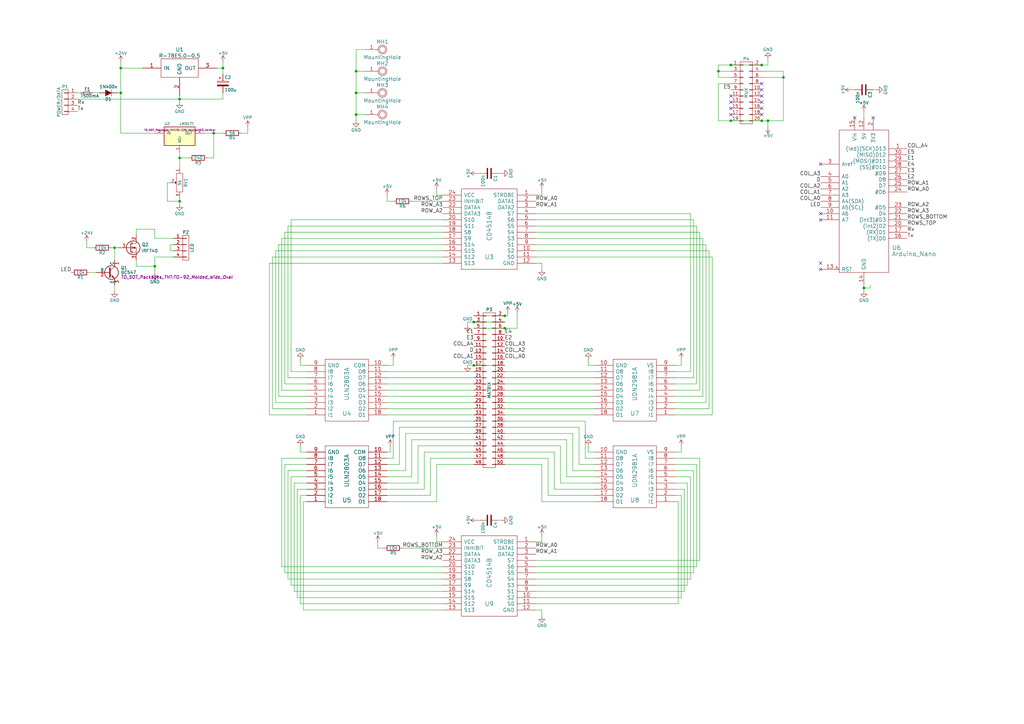
<source format=kicad_sch>
(kicad_sch (version 20230121) (generator eeschema)
  (paper "A3")
  (title_block (title "Steuerplatine für LAWO Flipdot-Matrix") (date "2016-04-04") (rev "1.1"))
  (junction (at 207.01 129.54))
  (junction (at 194.31 132.08))
  (junction (at 294.64 29.21))
  (junction (at 299.72 26.67))
  (junction (at 314.96 49.53))
  (junction (at 91.44 27.94))
  (junction (at 321.31 31.75))
  (junction (at 207.01 134.62))
  (junction (at 73.66 82.55))
  (junction (at 49.53 27.94))
  (junction (at 49.53 38.1))
  (junction (at 146.05 29.21))
  (junction (at 73.66 40.64))
  (junction (at 354.33 118.11))
  (junction (at 194.31 149.86))
  (junction (at 312.42 26.67))
  (junction (at 46.99 101.6))
  (junction (at 87.63 54.61))
  (junction (at 63.5 109.22))
  (junction (at 146.05 46.99))
  (junction (at 73.66 64.77))
  (junction (at 146.05 38.1))
  (junction (at 312.42 49.53))
  (junction (at 299.72 49.53))
  (no_connect (at 336.55 87.63))
  (no_connect (at 299.72 39.37))
  (no_connect (at 336.55 90.17))
  (no_connect (at 358.14 48.26))
  (no_connect (at 299.72 41.91))
  (no_connect (at 299.72 46.99))
  (no_connect (at 312.42 34.29))
  (no_connect (at 312.42 36.83))
  (no_connect (at 336.55 110.49))
  (no_connect (at 312.42 39.37))
  (no_connect (at 312.42 46.99))
  (no_connect (at 299.72 44.45))
  (no_connect (at 350.52 48.26))
  (no_connect (at 336.55 107.95))
  (no_connect (at 312.42 41.91))
  (no_connect (at 336.55 67.31))
  (no_connect (at 312.42 44.45))
  (wire (pts (xy 222.25 80.01) (xy 222.25 77.47)))
  (wire (pts (xy 125.73 205.74) (xy 124.46 205.74)))
  (wire (pts (xy 276.86 200.66) (xy 280.67 200.66)))
  (wire (pts (xy 276.86 193.04) (xy 284.48 193.04)))
  (wire (pts (xy 68.58 74.93) (xy 68.58 82.55)))
  (wire (pts (xy 284.48 234.95) (xy 219.71 234.95)))
  (wire (pts (xy 234.95 177.8) (xy 207.01 177.8)))
  (wire (pts (xy 120.65 242.57) (xy 181.61 242.57)))
  (wire (pts (xy 207.01 165.1) (xy 243.84 165.1)))
  (wire (pts (xy 179.07 219.71) (xy 179.07 222.25)))
  (wire (pts (xy 241.3 147.32) (xy 241.3 149.86)))
  (wire (pts (xy 146.05 46.99) (xy 146.05 49.53)))
  (wire (pts (xy 123.19 147.32) (xy 123.19 149.86)))
  (wire (pts (xy 312.42 49.53) (xy 299.72 49.53)))
  (wire (pts (xy 158.75 203.2) (xy 176.53 203.2)))
  (wire (pts (xy 124.46 250.19) (xy 181.61 250.19)))
  (wire (pts (xy 276.86 162.56) (xy 288.29 162.56)))
  (wire (pts (xy 171.45 182.88) (xy 194.31 182.88)))
  (wire (pts (xy 118.11 237.49) (xy 181.61 237.49)))
  (wire (pts (xy 232.41 195.58) (xy 232.41 180.34)))
  (wire (pts (xy 123.19 149.86) (xy 125.73 149.86)))
  (wire (pts (xy 276.86 165.1) (xy 289.56 165.1)))
  (wire (pts (xy 87.63 64.77) (xy 85.09 64.77)))
  (wire (pts (xy 222.25 107.95) (xy 222.25 110.49)))
  (wire (pts (xy 222.25 222.25) (xy 222.25 219.71)))
  (wire (pts (xy 125.73 193.04) (xy 118.11 193.04)))
  (wire (pts (xy 158.75 170.18) (xy 194.31 170.18)))
  (wire (pts (xy 146.05 38.1) (xy 146.05 46.99)))
  (wire (pts (xy 243.84 154.94) (xy 207.01 154.94)))
  (wire (pts (xy 241.3 185.42) (xy 243.84 185.42)))
  (wire (pts (xy 119.38 240.03) (xy 181.61 240.03)))
  (wire (pts (xy 158.75 205.74) (xy 179.07 205.74)))
  (wire (pts (xy 243.84 198.12) (xy 229.87 198.12)))
  (wire (pts (xy 149.86 20.32) (xy 146.05 20.32)))
  (wire (pts (xy 279.4 149.86) (xy 276.86 149.86)))
  (wire (pts (xy 227.33 200.66) (xy 227.33 185.42)))
  (wire (pts (xy 227.33 185.42) (xy 207.01 185.42)))
  (wire (pts (xy 158.75 185.42) (xy 160.02 185.42)))
  (wire (pts (xy 294.64 26.67) (xy 299.72 26.67)))
  (wire (pts (xy 288.29 97.79) (xy 219.71 97.79)))
  (wire (pts (xy 158.75 154.94) (xy 194.31 154.94)))
  (wire (pts (xy 243.84 152.4) (xy 207.01 152.4)))
  (wire (pts (xy 281.94 240.03) (xy 219.71 240.03)))
  (wire (pts (xy 204.47 71.12) (xy 205.74 71.12)))
  (wire (pts (xy 294.64 34.29) (xy 294.64 49.53)))
  (wire (pts (xy 299.72 34.29) (xy 294.64 34.29)))
  (wire (pts (xy 229.87 198.12) (xy 229.87 182.88)))
  (wire (pts (xy 179.07 205.74) (xy 179.07 190.5)))
  (wire (pts (xy 49.53 38.1) (xy 49.53 54.61)))
  (wire (pts (xy 115.57 232.41) (xy 181.61 232.41)))
  (wire (pts (xy 179.07 190.5) (xy 194.31 190.5)))
  (wire (pts (xy 68.58 82.55) (xy 73.66 82.55)))
  (wire (pts (xy 124.46 205.74) (xy 124.46 250.19)))
  (wire (pts (xy 173.99 200.66) (xy 173.99 185.42)))
  (wire (pts (xy 55.88 109.22) (xy 55.88 106.68)))
  (wire (pts (xy 168.91 180.34) (xy 194.31 180.34)))
  (wire (pts (xy 289.56 165.1) (xy 289.56 100.33)))
  (wire (pts (xy 121.92 200.66) (xy 121.92 245.11)))
  (wire (pts (xy 125.73 195.58) (xy 119.38 195.58)))
  (wire (pts (xy 49.53 25.4) (xy 49.53 27.94)))
  (wire (pts (xy 158.75 82.55) (xy 161.29 82.55)))
  (wire (pts (xy 158.75 187.96) (xy 161.29 187.96)))
  (wire (pts (xy 73.66 62.23) (xy 73.66 64.77)))
  (wire (pts (xy 204.47 213.36) (xy 205.74 213.36)))
  (wire (pts (xy 63.5 109.22) (xy 63.5 111.76)))
  (wire (pts (xy 163.83 175.26) (xy 194.31 175.26)))
  (wire (pts (xy 243.84 190.5) (xy 237.49 190.5)))
  (wire (pts (xy 287.02 95.25) (xy 219.71 95.25)))
  (wire (pts (xy 321.31 49.53) (xy 314.96 49.53)))
  (wire (pts (xy 354.33 116.84) (xy 354.33 118.11)))
  (wire (pts (xy 158.75 80.01) (xy 158.75 82.55)))
  (wire (pts (xy 179.07 80.01) (xy 181.61 80.01)))
  (wire (pts (xy 312.42 26.67) (xy 314.96 26.67)))
  (wire (pts (xy 73.66 40.64) (xy 73.66 41.91)))
  (wire (pts (xy 158.75 160.02) (xy 194.31 160.02)))
  (wire (pts (xy 91.44 40.64) (xy 91.44 38.1)))
  (wire (pts (xy 294.64 29.21) (xy 294.64 31.75)))
  (wire (pts (xy 283.21 87.63) (xy 219.71 87.63)))
  (wire (pts (xy 278.13 247.65) (xy 219.71 247.65)))
  (wire (pts (xy 276.86 205.74) (xy 278.13 205.74)))
  (wire (pts (xy 219.71 222.25) (xy 222.25 222.25)))
  (wire (pts (xy 229.87 182.88) (xy 207.01 182.88)))
  (wire (pts (xy 284.48 154.94) (xy 284.48 90.17)))
  (wire (pts (xy 166.37 193.04) (xy 166.37 177.8)))
  (wire (pts (xy 110.49 107.95) (xy 181.61 107.95)))
  (wire (pts (xy 115.57 97.79) (xy 181.61 97.79)))
  (wire (pts (xy 243.84 200.66) (xy 227.33 200.66)))
  (wire (pts (xy 123.19 182.88) (xy 123.19 185.42)))
  (wire (pts (xy 146.05 46.99) (xy 149.86 46.99)))
  (wire (pts (xy 234.95 193.04) (xy 234.95 177.8)))
  (wire (pts (xy 284.48 90.17) (xy 219.71 90.17)))
  (wire (pts (xy 287.02 229.87) (xy 219.71 229.87)))
  (wire (pts (xy 49.53 54.61) (xy 63.5 54.61)))
  (wire (pts (xy 207.01 162.56) (xy 243.84 162.56)))
  (wire (pts (xy 45.72 101.6) (xy 46.99 101.6)))
  (wire (pts (xy 287.02 160.02) (xy 287.02 95.25)))
  (wire (pts (xy 119.38 90.17) (xy 181.61 90.17)))
  (wire (pts (xy 243.84 187.96) (xy 240.03 187.96)))
  (wire (pts (xy 285.75 92.71) (xy 219.71 92.71)))
  (wire (pts (xy 354.33 118.11) (xy 356.87 118.11)))
  (wire (pts (xy 111.76 105.41) (xy 181.61 105.41)))
  (wire (pts (xy 73.66 39.37) (xy 73.66 40.64)))
  (wire (pts (xy 290.83 167.64) (xy 290.83 102.87)))
  (wire (pts (xy 158.75 157.48) (xy 194.31 157.48)))
  (wire (pts (xy 110.49 170.18) (xy 110.49 107.95)))
  (wire (pts (xy 283.21 237.49) (xy 219.71 237.49)))
  (wire (pts (xy 111.76 167.64) (xy 111.76 105.41)))
  (wire (pts (xy 49.53 27.94) (xy 49.53 38.1)))
  (wire (pts (xy 91.44 27.94) (xy 91.44 30.48)))
  (wire (pts (xy 125.73 162.56) (xy 114.3 162.56)))
  (wire (pts (xy 279.4 147.32) (xy 279.4 149.86)))
  (wire (pts (xy 154.94 222.25) (xy 154.94 224.79)))
  (wire (pts (xy 125.73 203.2) (xy 123.19 203.2)))
  (wire (pts (xy 243.84 195.58) (xy 232.41 195.58)))
  (wire (pts (xy 224.79 203.2) (xy 224.79 187.96)))
  (wire (pts (xy 237.49 190.5) (xy 237.49 175.26)))
  (wire (pts (xy 279.4 203.2) (xy 279.4 245.11)))
  (wire (pts (xy 321.31 31.75) (xy 321.31 49.53)))
  (wire (pts (xy 314.96 49.53) (xy 312.42 49.53)))
  (wire (pts (xy 243.84 205.74) (xy 222.25 205.74)))
  (wire (pts (xy 118.11 154.94) (xy 118.11 92.71)))
  (wire (pts (xy 91.44 25.4) (xy 91.44 27.94)))
  (wire (pts (xy 123.19 185.42) (xy 125.73 185.42)))
  (wire (pts (xy 71.12 105.41) (xy 63.5 105.41)))
  (wire (pts (xy 123.19 247.65) (xy 181.61 247.65)))
  (wire (pts (xy 194.31 132.08) (xy 207.01 132.08)))
  (wire (pts (xy 288.29 162.56) (xy 288.29 97.79)))
  (wire (pts (xy 285.75 157.48) (xy 285.75 92.71)))
  (wire (pts (xy 276.86 154.94) (xy 284.48 154.94)))
  (wire (pts (xy 149.86 29.21) (xy 146.05 29.21)))
  (wire (pts (xy 292.1 105.41) (xy 219.71 105.41)))
  (wire (pts (xy 168.91 195.58) (xy 168.91 180.34)))
  (wire (pts (xy 299.72 49.53) (xy 294.64 49.53)))
  (wire (pts (xy 158.75 200.66) (xy 173.99 200.66)))
  (wire (pts (xy 299.72 29.21) (xy 294.64 29.21)))
  (wire (pts (xy 354.33 118.11) (xy 354.33 119.38)))
  (wire (pts (xy 240.03 172.72) (xy 207.01 172.72)))
  (wire (pts (xy 294.64 31.75) (xy 299.72 31.75)))
  (wire (pts (xy 222.25 250.19) (xy 222.25 252.73)))
  (wire (pts (xy 290.83 102.87) (xy 219.71 102.87)))
  (wire (pts (xy 219.71 107.95) (xy 222.25 107.95)))
  (wire (pts (xy 280.67 242.57) (xy 219.71 242.57)))
  (wire (pts (xy 115.57 187.96) (xy 115.57 232.41)))
  (wire (pts (xy 46.99 106.68) (xy 46.99 101.6)))
  (wire (pts (xy 161.29 149.86) (xy 158.75 149.86)))
  (wire (pts (xy 77.47 64.77) (xy 73.66 64.77)))
  (wire (pts (xy 285.75 232.41) (xy 219.71 232.41)))
  (wire (pts (xy 278.13 205.74) (xy 278.13 247.65)))
  (wire (pts (xy 208.28 129.54) (xy 208.28 128.27)))
  (wire (pts (xy 194.31 149.86) (xy 207.01 149.86)))
  (wire (pts (xy 321.31 29.21) (xy 321.31 31.75)))
  (wire (pts (xy 195.58 71.12) (xy 196.85 71.12)))
  (wire (pts (xy 166.37 177.8) (xy 194.31 177.8)))
  (wire (pts (xy 31.75 38.1) (xy 33.02 38.1)))
  (wire (pts (xy 289.56 100.33) (xy 219.71 100.33)))
  (wire (pts (xy 46.99 101.6) (xy 48.26 101.6)))
  (wire (pts (xy 243.84 193.04) (xy 234.95 193.04)))
  (wire (pts (xy 146.05 29.21) (xy 146.05 38.1)))
  (wire (pts (xy 276.86 152.4) (xy 283.21 152.4)))
  (wire (pts (xy 276.86 187.96) (xy 287.02 187.96)))
  (wire (pts (xy 38.1 38.1) (xy 40.64 38.1)))
  (wire (pts (xy 48.26 38.1) (xy 49.53 38.1)))
  (wire (pts (xy 283.21 152.4) (xy 283.21 87.63)))
  (wire (pts (xy 276.86 170.18) (xy 292.1 170.18)))
  (wire (pts (xy 83.82 54.61) (xy 87.63 54.61)))
  (wire (pts (xy 161.29 172.72) (xy 194.31 172.72)))
  (wire (pts (xy 276.86 157.48) (xy 285.75 157.48)))
  (wire (pts (xy 292.1 170.18) (xy 292.1 105.41)))
  (wire (pts (xy 279.4 245.11) (xy 219.71 245.11)))
  (wire (pts (xy 63.5 93.98) (xy 63.5 97.79)))
  (wire (pts (xy 125.73 198.12) (xy 120.65 198.12)))
  (wire (pts (xy 46.99 116.84) (xy 46.99 119.38)))
  (wire (pts (xy 63.5 97.79) (xy 71.12 97.79)))
  (wire (pts (xy 207.01 167.64) (xy 243.84 167.64)))
  (wire (pts (xy 237.49 175.26) (xy 207.01 175.26)))
  (wire (pts (xy 191.77 133.35) (xy 191.77 132.08)))
  (wire (pts (xy 73.66 40.64) (xy 91.44 40.64)))
  (wire (pts (xy 69.85 74.93) (xy 68.58 74.93)))
  (wire (pts (xy 299.72 26.67) (xy 312.42 26.67)))
  (wire (pts (xy 224.79 187.96) (xy 207.01 187.96)))
  (wire (pts (xy 125.73 200.66) (xy 121.92 200.66)))
  (wire (pts (xy 73.66 82.55) (xy 73.66 83.82)))
  (wire (pts (xy 285.75 190.5) (xy 285.75 232.41)))
  (wire (pts (xy 118.11 193.04) (xy 118.11 237.49)))
  (wire (pts (xy 158.75 193.04) (xy 166.37 193.04)))
  (wire (pts (xy 165.1 224.79) (xy 181.61 224.79)))
  (wire (pts (xy 35.56 99.06) (xy 35.56 101.6)))
  (wire (pts (xy 69.85 100.33) (xy 69.85 102.87)))
  (wire (pts (xy 279.4 182.88) (xy 279.4 185.42)))
  (wire (pts (xy 125.73 152.4) (xy 119.38 152.4)))
  (wire (pts (xy 158.75 162.56) (xy 194.31 162.56)))
  (wire (pts (xy 283.21 195.58) (xy 283.21 237.49)))
  (wire (pts (xy 125.73 167.64) (xy 111.76 167.64)))
  (wire (pts (xy 354.33 45.72) (xy 354.33 48.26)))
  (wire (pts (xy 125.73 187.96) (xy 115.57 187.96)))
  (wire (pts (xy 279.4 185.42) (xy 276.86 185.42)))
  (wire (pts (xy 116.84 234.95) (xy 181.61 234.95)))
  (wire (pts (xy 194.31 134.62) (xy 207.01 134.62)))
  (wire (pts (xy 284.48 193.04) (xy 284.48 234.95)))
  (wire (pts (xy 73.66 81.28) (xy 73.66 82.55)))
  (wire (pts (xy 191.77 132.08) (xy 194.31 132.08)))
  (wire (pts (xy 73.66 64.77) (xy 73.66 68.58)))
  (wire (pts (xy 125.73 154.94) (xy 118.11 154.94)))
  (wire (pts (xy 55.88 93.98) (xy 55.88 96.52)))
  (wire (pts (xy 36.83 111.76) (xy 39.37 111.76)))
  (wire (pts (xy 63.5 93.98) (xy 55.88 93.98)))
  (wire (pts (xy 125.73 190.5) (xy 116.84 190.5)))
  (wire (pts (xy 314.96 26.67) (xy 314.96 24.13)))
  (wire (pts (xy 171.45 198.12) (xy 171.45 182.88)))
  (wire (pts (xy 35.56 101.6) (xy 38.1 101.6)))
  (wire (pts (xy 121.92 245.11) (xy 181.61 245.11)))
  (wire (pts (xy 113.03 102.87) (xy 181.61 102.87)))
  (wire (pts (xy 71.12 100.33) (xy 69.85 100.33)))
  (wire (pts (xy 241.3 149.86) (xy 243.84 149.86)))
  (wire (pts (xy 243.84 203.2) (xy 224.79 203.2)))
  (wire (pts (xy 276.86 160.02) (xy 287.02 160.02)))
  (wire (pts (xy 240.03 187.96) (xy 240.03 172.72)))
  (wire (pts (xy 161.29 147.32) (xy 161.29 149.86)))
  (wire (pts (xy 125.73 165.1) (xy 113.03 165.1)))
  (wire (pts (xy 207.01 129.54) (xy 208.28 129.54)))
  (wire (pts (xy 101.6 54.61) (xy 101.6 52.07)))
  (wire (pts (xy 168.91 82.55) (xy 181.61 82.55)))
  (wire (pts (xy 114.3 100.33) (xy 181.61 100.33)))
  (wire (pts (xy 314.96 49.53) (xy 314.96 52.07)))
  (wire (pts (xy 87.63 54.61) (xy 91.44 54.61)))
  (wire (pts (xy 179.07 77.47) (xy 179.07 80.01)))
  (wire (pts (xy 207.01 157.48) (xy 243.84 157.48)))
  (wire (pts (xy 349.25 36.83) (xy 350.52 36.83)))
  (wire (pts (xy 191.77 149.86) (xy 194.31 149.86)))
  (wire (pts (xy 118.11 92.71) (xy 181.61 92.71)))
  (wire (pts (xy 69.85 102.87) (xy 71.12 102.87)))
  (wire (pts (xy 276.86 203.2) (xy 279.4 203.2)))
  (wire (pts (xy 158.75 198.12) (xy 171.45 198.12)))
  (wire (pts (xy 212.09 134.62) (xy 212.09 128.27)))
  (wire (pts (xy 125.73 160.02) (xy 115.57 160.02)))
  (wire (pts (xy 115.57 160.02) (xy 115.57 97.79)))
  (wire (pts (xy 113.03 165.1) (xy 113.03 102.87)))
  (wire (pts (xy 63.5 105.41) (xy 63.5 109.22)))
  (wire (pts (xy 87.63 54.61) (xy 87.63 64.77)))
  (wire (pts (xy 219.71 80.01) (xy 222.25 80.01)))
  (wire (pts (xy 294.64 26.67) (xy 294.64 29.21)))
  (wire (pts (xy 222.25 190.5) (xy 207.01 190.5)))
  (wire (pts (xy 194.31 129.54) (xy 207.01 129.54)))
  (wire (pts (xy 163.83 190.5) (xy 163.83 175.26)))
  (wire (pts (xy 114.3 162.56) (xy 114.3 100.33)))
  (wire (pts (xy 176.53 187.96) (xy 194.31 187.96)))
  (wire (pts (xy 49.53 27.94) (xy 58.42 27.94)))
  (wire (pts (xy 158.75 195.58) (xy 168.91 195.58)))
  (wire (pts (xy 63.5 109.22) (xy 55.88 109.22)))
  (wire (pts (xy 195.58 213.36) (xy 196.85 213.36)))
  (wire (pts (xy 120.65 198.12) (xy 120.65 242.57)))
  (wire (pts (xy 154.94 224.79) (xy 157.48 224.79)))
  (wire (pts (xy 158.75 167.64) (xy 194.31 167.64)))
  (wire (pts (xy 287.02 187.96) (xy 287.02 229.87)))
  (wire (pts (xy 160.02 185.42) (xy 160.02 182.88)))
  (wire (pts (xy 179.07 222.25) (xy 181.61 222.25)))
  (wire (pts (xy 149.86 38.1) (xy 146.05 38.1)))
  (wire (pts (xy 219.71 250.19) (xy 222.25 250.19)))
  (wire (pts (xy 222.25 205.74) (xy 222.25 190.5)))
  (wire (pts (xy 276.86 195.58) (xy 283.21 195.58)))
  (wire (pts (xy 358.14 36.83) (xy 359.41 36.83)))
  (wire (pts (xy 125.73 157.48) (xy 116.84 157.48)))
  (wire (pts (xy 241.3 182.88) (xy 241.3 185.42)))
  (wire (pts (xy 161.29 187.96) (xy 161.29 172.72)))
  (wire (pts (xy 158.75 190.5) (xy 163.83 190.5)))
  (wire (pts (xy 116.84 95.25) (xy 181.61 95.25)))
  (wire (pts (xy 119.38 152.4) (xy 119.38 90.17)))
  (wire (pts (xy 207.01 170.18) (xy 243.84 170.18)))
  (wire (pts (xy 125.73 170.18) (xy 110.49 170.18)))
  (wire (pts (xy 232.41 180.34) (xy 207.01 180.34)))
  (wire (pts (xy 312.42 31.75) (xy 321.31 31.75)))
  (wire (pts (xy 276.86 198.12) (xy 281.94 198.12)))
  (wire (pts (xy 158.75 152.4) (xy 194.31 152.4)))
  (wire (pts (xy 88.9 27.94) (xy 91.44 27.94)))
  (wire (pts (xy 276.86 167.64) (xy 290.83 167.64)))
  (wire (pts (xy 31.75 40.64) (xy 73.66 40.64)))
  (wire (pts (xy 356.87 118.11) (xy 356.87 116.84)))
  (wire (pts (xy 146.05 20.32) (xy 146.05 29.21)))
  (wire (pts (xy 123.19 203.2) (xy 123.19 247.65)))
  (wire (pts (xy 119.38 195.58) (xy 119.38 240.03)))
  (wire (pts (xy 116.84 190.5) (xy 116.84 234.95)))
  (wire (pts (xy 207.01 160.02) (xy 243.84 160.02)))
  (wire (pts (xy 312.42 29.21) (xy 321.31 29.21)))
  (wire (pts (xy 173.99 185.42) (xy 194.31 185.42)))
  (wire (pts (xy 116.84 157.48) (xy 116.84 95.25)))
  (wire (pts (xy 207.01 134.62) (xy 212.09 134.62)))
  (wire (pts (xy 280.67 200.66) (xy 280.67 242.57)))
  (wire (pts (xy 158.75 165.1) (xy 194.31 165.1)))
  (wire (pts (xy 99.06 54.61) (xy 101.6 54.61)))
  (wire (pts (xy 276.86 190.5) (xy 285.75 190.5)))
  (wire (pts (xy 281.94 198.12) (xy 281.94 240.03)))
  (wire (pts (xy 176.53 203.2) (xy 176.53 187.96)))
  (label "COL_A4" (at 194.31 142.24 180) (effects (font (size 1.524 1.524))))
  (label "Tx" (at 372.11 97.79 0) (effects (font (size 1.524 1.524))))
  (label "Rx" (at 372.11 95.25 0) (effects (font (size 1.524 1.524))))
  (label "E5" (at 372.11 63.5 0) (effects (font (size 1.524 1.524))))
  (label "E3" (at 194.31 139.7 180) (effects (font (size 1.524 1.524))))
  (label "COL_A4" (at 372.11 60.96 0) (effects (font (size 1.524 1.524))))
  (label "ROW_A3" (at 372.11 87.63 0) (effects (font (size 1.524 1.524))))
  (label "ROW_A2" (at 181.61 229.87 180) (effects (font (size 1.524 1.524))))
  (label "ROW_A0" (at 219.71 224.79 0) (effects (font (size 1.524 1.524))))
  (label "ROWS_BOTTOM" (at 372.11 90.17 0) (effects (font (size 1.524 1.524))))
  (label "COL_A0" (at 336.55 82.55 180) (effects (font (size 1.524 1.524))))
  (label "Tx" (at 31.75 45.72 0) (effects (font (size 1.524 1.524))))
  (label "ROW_A2" (at 372.11 85.09 0) (effects (font (size 1.524 1.524))))
  (label "E4" (at 207.01 137.16 0) (effects (font (size 1.524 1.524))))
  (label "COL_A0" (at 207.01 147.32 0) (effects (font (size 1.524 1.524))))
  (label "E2" (at 207.01 139.7 0) (effects (font (size 1.524 1.524))))
  (label "ROW_A1" (at 219.71 85.09 0) (effects (font (size 1.524 1.524))))
  (label "ROW_A1" (at 219.71 227.33 0) (effects (font (size 1.524 1.524))))
  (label "ROWS_BOTTOM" (at 181.61 224.79 180) (effects (font (size 1.524 1.524))))
  (label "LED" (at 336.55 85.09 180) (effects (font (size 1.524 1.524))))
  (label "E1" (at 194.31 137.16 180) (effects (font (size 1.524 1.524))))
  (label "ROW_A3" (at 181.61 227.33 180) (effects (font (size 1.524 1.524))))
  (label "ROWS_TOP" (at 372.11 92.71 0) (effects (font (size 1.524 1.524))))
  (label "COL_A1" (at 336.55 80.01 180) (effects (font (size 1.524 1.524))))
  (label "D" (at 194.31 144.78 180) (effects (font (size 1.524 1.524))))
  (label "ROW_A0" (at 219.71 82.55 0) (effects (font (size 1.524 1.524))))
  (label "COL_A3" (at 207.01 142.24 0) (effects (font (size 1.524 1.524))))
  (label "COL_A1" (at 194.31 147.32 180) (effects (font (size 1.524 1.524))))
  (label "E5" (at 299.72 36.83 180) (effects (font (size 1.524 1.524))))
  (label "COL_A2" (at 207.01 144.78 0) (effects (font (size 1.524 1.524))))
  (label "E3" (at 372.11 71.12 0) (effects (font (size 1.524 1.524))))
  (label "D" (at 336.55 74.93 180) (effects (font (size 1.524 1.524))))
  (label "E4" (at 372.11 68.58 0) (effects (font (size 1.524 1.524))))
  (label "COL_A2" (at 336.55 77.47 180) (effects (font (size 1.524 1.524))))
  (label "LED" (at 29.21 111.76 180) (effects (font (size 1.524 1.524))))
  (label "COL_A3" (at 336.55 72.39 180) (effects (font (size 1.524 1.524))))
  (label "ROW_A2" (at 181.61 87.63 180) (effects (font (size 1.524 1.524))))
  (label "Rx" (at 31.75 43.18 0) (effects (font (size 1.524 1.524))))
  (label "ROW_A3" (at 181.61 85.09 180) (effects (font (size 1.524 1.524))))
  (label "ROWS_TOP" (at 181.61 82.55 180) (effects (font (size 1.524 1.524))))
  (label "E2" (at 372.11 73.66 0) (effects (font (size 1.524 1.524))))
  (label "ROW_A0" (at 372.11 78.74 0) (effects (font (size 1.524 1.524))))
  (label "E1" (at 372.11 66.04 0) (effects (font (size 1.524 1.524))))
  (label "ROW_A1" (at 372.11 76.2 0) (effects (font (size 1.524 1.524))))
  (symbol (lib_id "Eigene-Steuerplatine-Line-Decoder-rescue:ULN2803A") (at 142.24 160.02 0) (mirror x) (unit 1)
    (property "Reference" "U4" (at 142.24 169.545 0) (effects (font (size 1.778 1.778))))
    (property "Value" "ULN2803A" (at 142.24 157.48 90) (effects (font (size 1.778 1.778))))
    (property "Footprint" "Housings_DIP:DIP-18_W7.62mm_LongPads" (effects hide))
  )
  (symbol (lib_id "Eigene-Steuerplatine-Line-Decoder-rescue:ULN2803A") (at 142.24 195.58 0) (mirror x) (unit 1)
    (property "Reference" "U5" (at 142.24 205.105 0) (effects (font (size 1.778 1.778))))
    (property "Value" "ULN2803A" (at 142.24 193.04 90) (effects (font (size 1.778 1.778))))
    (property "Footprint" "Housings_DIP:DIP-18_W7.62mm_LongPads" (effects hide))
  )
  (symbol (lib_id "Eigene-Steuerplatine-Line-Decoder-rescue:UDN2981A") (at 260.35 160.02 180) (unit 1)
    (property "Reference" "U7" (at 260.35 169.545 0) (effects (font (size 1.778 1.778))))
    (property "Value" "UDN2981A" (at 260.35 157.48 90) (effects (font (size 1.778 1.778))))
    (property "Footprint" "Housings_DIP:DIP-18_W7.62mm_LongPads" (effects hide))
  )
  (symbol (lib_id "Eigene-Steuerplatine-Line-Decoder-rescue:UDN2981A") (at 260.35 195.58 180) (unit 1)
    (property "Reference" "U8" (at 260.35 205.105 0) (effects (font (size 1.778 1.778))))
    (property "Value" "UDN2981A" (at 260.35 193.04 90) (effects (font (size 1.778 1.778))))
    (property "Footprint" "Housings_DIP:DIP-18_W7.62mm_LongPads" (effects hide))
  )
  (symbol (lib_id "Eigene-Steuerplatine-Line-Decoder-rescue:CONN_02X25") (at 200.66 160.02 0) (unit 1)
    (property "Reference" "P3" (at 200.66 127 0))
    (property "Value" "MATRIX" (at 200.66 160.02 90))
    (property "Footprint" "Connect:IDC_Header_Straight_50pins" (effects hide))
  )
  (symbol (lib_id "Eigene-Steuerplatine-Line-Decoder-rescue:VPP") (at 208.28 128.27 0) (unit 1)
    (property "Reference" "#PWR01" (effects hide))
    (property "Value" "VPP" (at 208.28 124.46 0))
  )
  (symbol (lib_id "Eigene-Steuerplatine-Line-Decoder-rescue:+5V") (at 212.09 128.27 0) (unit 1)
    (property "Reference" "#PWR02" (effects hide))
    (property "Value" "+5V" (at 212.09 124.714 0))
  )
  (symbol (lib_id "Eigene-Steuerplatine-Line-Decoder-rescue:GND") (at 191.77 133.35 0) (unit 1)
    (property "Reference" "#PWR03" (effects hide))
    (property "Value" "GND" (at 191.77 130.81 0))
  )
  (symbol (lib_id "Eigene-Steuerplatine-Line-Decoder-rescue:GND") (at 191.77 149.86 0) (unit 1)
    (property "Reference" "#PWR04" (effects hide))
    (property "Value" "GND" (at 191.77 148.59 0))
  )
  (symbol (lib_id "Eigene-Steuerplatine-Line-Decoder-rescue:Arduino_Nano") (at 354.33 77.47 0) (unit 1)
    (property "Reference" "U6" (at 365.76 101.6 0) (effects (font (size 1.778 1.778)) (justify left)))
    (property "Value" "Arduino_Nano" (at 365.76 104.14 0) (effects (font (size 1.778 1.778)) (justify left)))
    (property "Footprint" "custom:Arduino_Nano" (effects hide))
  )
  (symbol (lib_id "Eigene-Steuerplatine-Line-Decoder-rescue:GND") (at 354.33 119.38 0) (unit 1)
    (property "Reference" "#PWR09" (effects hide))
    (property "Value" "GND" (at 354.33 123.19 0))
  )
  (symbol (lib_id "Eigene-Steuerplatine-Line-Decoder-rescue:+5V") (at 354.33 45.72 0) (unit 1)
    (property "Reference" "#PWR010" (effects hide))
    (property "Value" "+5V" (at 354.33 42.164 0))
  )
  (symbol (lib_id "Eigene-Steuerplatine-Line-Decoder-rescue:C") (at 354.33 36.83 270) (unit 1)
    (property "Reference" "C3" (at 356.87 37.465 0) (effects (justify left)))
    (property "Value" "100n" (at 351.79 37.465 0) (effects (justify left)))
    (property "Footprint" "Capacitors_ThroughHole:C_Rect_L7_W2.5_P5" (effects hide))
  )
  (symbol (lib_id "Eigene-Steuerplatine-Line-Decoder-rescue:Stepdown") (at 73.66 27.94 0) (unit 1)
    (property "Reference" "U1" (at 73.66 20.32 0) (effects (font (size 1.524 1.524))))
    (property "Value" "R-78E5.0-0.5" (at 73.66 22.86 0) (effects (font (size 1.524 1.524))))
    (property "Footprint" "custom:DC_DC_Converter_W11.5_L8.5_P2.54" (effects hide))
  )
  (symbol (lib_id "Eigene-Steuerplatine-Line-Decoder-rescue:GND") (at 73.66 41.91 0) (unit 1)
    (property "Reference" "#PWR05" (effects hide))
    (property "Value" "GND" (at 73.66 45.72 0))
  )
  (symbol (lib_id "Eigene-Steuerplatine-Line-Decoder-rescue:CP") (at 91.44 34.29 0) (unit 1)
    (property "Reference" "C2" (at 92.075 31.75 0) (effects (justify left)))
    (property "Value" "100u" (at 92.075 36.83 0) (effects (justify left)))
    (property "Footprint" "Capacitors_ThroughHole:C_Radial_D5_L11_P2.5" (effects hide))
  )
  (symbol (lib_id "Eigene-Steuerplatine-Line-Decoder-rescue:+5V") (at 91.44 25.4 0) (unit 1)
    (property "Reference" "#PWR06" (effects hide))
    (property "Value" "+5V" (at 91.44 21.844 0))
  )
  (symbol (lib_id "Eigene-Steuerplatine-Line-Decoder-rescue:CONN_01X04") (at 26.67 41.91 0) (mirror y) (unit 1)
    (property "Reference" "P1" (at 26.67 35.56 0))
    (property "Value" "POWER/DATA" (at 24.13 41.91 90))
    (property "Footprint" "custom:Terminal_Conn_4pin_RM5.08" (effects hide))
  )
  (symbol (lib_id "Eigene-Steuerplatine-Line-Decoder-rescue:F_Small") (at 35.56 38.1 0) (unit 1)
    (property "Reference" "F1" (at 34.544 36.576 0) (effects (justify left)))
    (property "Value" "T500mA" (at 33.02 39.37 0) (effects (justify left)))
    (property "Footprint" "Fuse_Holders_and_Fuses:Fuseholder5x20_horiz_open_Schurter_0031_8201" (effects hide))
  )
  (symbol (lib_id "Eigene-Steuerplatine-Line-Decoder-rescue:CONN_02X10") (at 306.07 38.1 0) (unit 1)
    (property "Reference" "P4" (at 306.07 24.13 0))
    (property "Value" "MUX" (at 306.07 38.1 90))
    (property "Footprint" "Connect:IDC_Header_Straight_20pins" (effects hide))
  )
  (symbol (lib_id "Eigene-Steuerplatine-Line-Decoder-rescue:GND") (at 314.96 24.13 180) (unit 1)
    (property "Reference" "#PWR07" (effects hide))
    (property "Value" "GND" (at 314.96 20.32 0))
  )
  (symbol (lib_id "Eigene-Steuerplatine-Line-Decoder-rescue:+5V") (at 314.96 52.07 180) (unit 1)
    (property "Reference" "#PWR08" (effects hide))
    (property "Value" "+5V" (at 314.96 55.626 0))
  )
  (symbol (lib_id "Eigene-Steuerplatine-Line-Decoder-rescue:CD4514B") (at 200.66 93.98 0) (mirror y) (unit 1)
    (property "Reference" "U3" (at 200.66 105.41 0) (effects (font (size 1.778 1.778))))
    (property "Value" "CD4514B" (at 200.66 92.71 90) (effects (font (size 1.778 1.778))))
    (property "Footprint" "Housings_DIP:DIP-24_W15.24mm_LongPads" (effects hide))
  )
  (symbol (lib_id "Eigene-Steuerplatine-Line-Decoder-rescue:C") (at 200.66 71.12 270) (unit 1)
    (property "Reference" "C1" (at 203.2 71.755 0) (effects (justify left)))
    (property "Value" "100n" (at 198.12 71.755 0) (effects (justify left)))
    (property "Footprint" "Capacitors_ThroughHole:C_Rect_L7_W2.5_P5" (effects hide))
  )
  (symbol (lib_id "Eigene-Steuerplatine-Line-Decoder-rescue:CD4514B") (at 200.66 236.22 0) (mirror y) (unit 1)
    (property "Reference" "U9" (at 200.66 247.65 0) (effects (font (size 1.778 1.778))))
    (property "Value" "CD4514B" (at 200.66 234.95 90) (effects (font (size 1.778 1.778))))
    (property "Footprint" "Housings_DIP:DIP-24_W15.24mm_LongPads" (effects hide))
  )
  (symbol (lib_id "Eigene-Steuerplatine-Line-Decoder-rescue:C") (at 200.66 213.36 270) (unit 1)
    (property "Reference" "C4" (at 203.2 213.995 0) (effects (justify left)))
    (property "Value" "100n" (at 198.12 213.995 0) (effects (justify left)))
    (property "Footprint" "Capacitors_ThroughHole:C_Rect_L7_W2.5_P5" (effects hide))
  )
  (symbol (lib_id "Eigene-Steuerplatine-Line-Decoder-rescue:LM317T") (at 73.66 55.88 0) (unit 1)
    (property "Reference" "U2" (at 68.58 50.8 0) (effects (font (size 1.016 1.016))))
    (property "Value" "LM317T" (at 73.66 50.8 0) (effects (font (size 1.016 1.016)) (justify left)))
    (property "Footprint" "TO_SOT_Packages_THT:TO-220_Neutral123_Vertical" (at 73.66 53.34 0) (effects (font (size 0.762 0.762) italic)))
  )
  (symbol (lib_id "Eigene-Steuerplatine-Line-Decoder-rescue:R") (at 81.28 64.77 270) (unit 1)
    (property "Reference" "R3" (at 81.28 66.802 90))
    (property "Value" "240" (at 81.28 64.77 90))
    (property "Footprint" "Resistors_ThroughHole:Resistor_Horizontal_RM10mm" (effects hide))
  )
  (symbol (lib_id "Eigene-Steuerplatine-Line-Decoder-rescue:POT") (at 73.66 74.93 90) (mirror x) (unit 1)
    (property "Reference" "RV1" (at 76.2 74.93 0))
    (property "Value" "5k" (at 73.66 74.93 0))
    (property "Footprint" "Potentiometers:Potentiometer_Bourns_3296Y_3-8Zoll_Angular_ScrewUp" (effects hide))
  )
  (symbol (lib_id "Eigene-Steuerplatine-Line-Decoder-rescue:GND") (at 73.66 83.82 0) (unit 1)
    (property "Reference" "#PWR011" (effects hide))
    (property "Value" "GND" (at 73.66 87.63 0))
  )
  (symbol (lib_id "Eigene-Steuerplatine-Line-Decoder-rescue:R") (at 95.25 54.61 270) (unit 1)
    (property "Reference" "R4" (at 95.25 56.642 90))
    (property "Value" "56" (at 95.25 54.61 90))
    (property "Footprint" "Resistors_ThroughHole:Resistor_Horizontal_RM20mm" (effects hide))
  )
  (symbol (lib_id "Eigene-Steuerplatine-Line-Decoder-rescue:VPP") (at 101.6 52.07 0) (unit 1)
    (property "Reference" "#PWR012" (effects hide))
    (property "Value" "VPP" (at 101.6 48.26 0))
  )
  (symbol (lib_id "Eigene-Steuerplatine-Line-Decoder-rescue:Q_NMOS_GDS") (at 53.34 101.6 0) (unit 1)
    (property "Reference" "Q2" (at 60.96 100.33 0) (effects (justify right)))
    (property "Value" "IRF740" (at 64.77 102.87 0) (effects (justify right)))
    (property "Footprint" "TO_SOT_Packages_THT:TO-220_Neutral123_Vertical" (effects hide))
  )
  (symbol (lib_id "Eigene-Steuerplatine-Line-Decoder-rescue:+24V") (at 49.53 25.4 0) (unit 1)
    (property "Reference" "#PWR013" (effects hide))
    (property "Value" "+24V" (at 49.53 21.844 0))
  )
  (symbol (lib_id "Eigene-Steuerplatine-Line-Decoder-rescue:CONN_01X04") (at 76.2 101.6 0) (unit 1)
    (property "Reference" "P2" (at 76.2 95.25 0))
    (property "Value" "LED" (at 78.74 101.6 90))
    (property "Footprint" "custom:Terminal_Conn_4pin_RM5.08" (effects hide))
  )
  (symbol (lib_id "Eigene-Steuerplatine-Line-Decoder-rescue:BC547") (at 44.45 111.76 0) (unit 1)
    (property "Reference" "Q1" (at 49.53 109.855 0) (effects (justify left)))
    (property "Value" "BC547" (at 49.53 111.76 0) (effects (justify left)))
    (property "Footprint" "TO_SOT_Packages_THT:TO-92_Molded_Wide_Oval" (at 49.53 113.665 0) (effects (font italic) (justify left)))
  )
  (symbol (lib_id "Eigene-Steuerplatine-Line-Decoder-rescue:R") (at 41.91 101.6 270) (unit 1)
    (property "Reference" "R2" (at 41.91 103.632 90))
    (property "Value" "10k" (at 41.91 101.6 90))
    (property "Footprint" "Resistors_ThroughHole:Resistor_Horizontal_RM10mm" (effects hide))
  )
  (symbol (lib_id "Eigene-Steuerplatine-Line-Decoder-rescue:GND") (at 46.99 119.38 0) (unit 1)
    (property "Reference" "#PWR014" (effects hide))
    (property "Value" "GND" (at 46.99 123.19 0))
  )
  (symbol (lib_id "Eigene-Steuerplatine-Line-Decoder-rescue:R") (at 33.02 111.76 270) (unit 1)
    (property "Reference" "R1" (at 33.02 113.792 90))
    (property "Value" "10k" (at 33.02 111.76 90))
    (property "Footprint" "Resistors_ThroughHole:Resistor_Horizontal_RM10mm" (effects hide))
  )
  (symbol (lib_id "Eigene-Steuerplatine-Line-Decoder-rescue:+24V") (at 35.56 99.06 0) (unit 1)
    (property "Reference" "#PWR015" (effects hide))
    (property "Value" "+24V" (at 35.56 95.504 0))
  )
  (symbol (lib_id "Eigene-Steuerplatine-Line-Decoder-rescue:GND") (at 63.5 111.76 0) (unit 1)
    (property "Reference" "#PWR016" (effects hide))
    (property "Value" "GND" (at 63.5 115.57 0))
  )
  (symbol (lib_id "Eigene-Steuerplatine-Line-Decoder-rescue:VPP") (at 279.4 147.32 0) (unit 1)
    (property "Reference" "#PWR017" (effects hide))
    (property "Value" "VPP" (at 279.4 143.51 0))
  )
  (symbol (lib_id "Eigene-Steuerplatine-Line-Decoder-rescue:GND") (at 241.3 147.32 180) (unit 1)
    (property "Reference" "#PWR018" (effects hide))
    (property "Value" "GND" (at 241.3 143.51 0))
  )
  (symbol (lib_id "Eigene-Steuerplatine-Line-Decoder-rescue:GND") (at 241.3 182.88 180) (unit 1)
    (property "Reference" "#PWR019" (effects hide))
    (property "Value" "GND" (at 241.3 179.07 0))
  )
  (symbol (lib_id "Eigene-Steuerplatine-Line-Decoder-rescue:GND") (at 123.19 147.32 180) (unit 1)
    (property "Reference" "#PWR020" (effects hide))
    (property "Value" "GND" (at 123.19 143.51 0))
  )
  (symbol (lib_id "Eigene-Steuerplatine-Line-Decoder-rescue:GND") (at 123.19 182.88 180) (unit 1)
    (property "Reference" "#PWR021" (effects hide))
    (property "Value" "GND" (at 123.19 179.07 0))
  )
  (symbol (lib_id "Eigene-Steuerplatine-Line-Decoder-rescue:VPP") (at 279.4 182.88 0) (unit 1)
    (property "Reference" "#PWR022" (effects hide))
    (property "Value" "VPP" (at 279.4 179.07 0))
  )
  (symbol (lib_id "Eigene-Steuerplatine-Line-Decoder-rescue:VPP") (at 161.29 147.32 0) (unit 1)
    (property "Reference" "#PWR023" (effects hide))
    (property "Value" "VPP" (at 161.29 143.51 0))
  )
  (symbol (lib_id "Eigene-Steuerplatine-Line-Decoder-rescue:VPP") (at 160.02 182.88 0) (unit 1)
    (property "Reference" "#PWR024" (effects hide))
    (property "Value" "VPP" (at 160.02 179.07 0))
  )
  (symbol (lib_id "Eigene-Steuerplatine-Line-Decoder-rescue:+5V") (at 179.07 219.71 0) (unit 1)
    (property "Reference" "#PWR025" (effects hide))
    (property "Value" "+5V" (at 179.07 216.154 0))
  )
  (symbol (lib_id "Eigene-Steuerplatine-Line-Decoder-rescue:+5V") (at 222.25 219.71 0) (unit 1)
    (property "Reference" "#PWR026" (effects hide))
    (property "Value" "+5V" (at 222.25 216.154 0))
  )
  (symbol (lib_id "Eigene-Steuerplatine-Line-Decoder-rescue:+5V") (at 195.58 213.36 90) (unit 1)
    (property "Reference" "#PWR027" (effects hide))
    (property "Value" "+5V" (at 192.024 213.36 0))
  )
  (symbol (lib_id "Eigene-Steuerplatine-Line-Decoder-rescue:GND") (at 205.74 213.36 90) (unit 1)
    (property "Reference" "#PWR028" (effects hide))
    (property "Value" "GND" (at 209.55 213.36 0))
  )
  (symbol (lib_id "Eigene-Steuerplatine-Line-Decoder-rescue:GND") (at 222.25 252.73 0) (unit 1)
    (property "Reference" "#PWR029" (effects hide))
    (property "Value" "GND" (at 222.25 256.54 0))
  )
  (symbol (lib_id "Eigene-Steuerplatine-Line-Decoder-rescue:GND") (at 359.41 36.83 90) (unit 1)
    (property "Reference" "#PWR030" (effects hide))
    (property "Value" "GND" (at 363.22 36.83 0))
  )
  (symbol (lib_id "Eigene-Steuerplatine-Line-Decoder-rescue:+5V") (at 349.25 36.83 90) (unit 1)
    (property "Reference" "#PWR031" (effects hide))
    (property "Value" "+5V" (at 345.694 36.83 0))
  )
  (symbol (lib_id "Eigene-Steuerplatine-Line-Decoder-rescue:+5V") (at 179.07 77.47 0) (unit 1)
    (property "Reference" "#PWR032" (effects hide))
    (property "Value" "+5V" (at 179.07 73.914 0))
  )
  (symbol (lib_id "Eigene-Steuerplatine-Line-Decoder-rescue:+5V") (at 222.25 77.47 0) (unit 1)
    (property "Reference" "#PWR033" (effects hide))
    (property "Value" "+5V" (at 222.25 73.914 0))
  )
  (symbol (lib_id "Eigene-Steuerplatine-Line-Decoder-rescue:+5V") (at 195.58 71.12 90) (unit 1)
    (property "Reference" "#PWR034" (effects hide))
    (property "Value" "+5V" (at 192.024 71.12 0))
  )
  (symbol (lib_id "Eigene-Steuerplatine-Line-Decoder-rescue:GND") (at 205.74 71.12 90) (unit 1)
    (property "Reference" "#PWR035" (effects hide))
    (property "Value" "GND" (at 209.55 71.12 0))
  )
  (symbol (lib_id "Eigene-Steuerplatine-Line-Decoder-rescue:GND") (at 222.25 110.49 0) (unit 1)
    (property "Reference" "#PWR036" (effects hide))
    (property "Value" "GND" (at 222.25 114.3 0))
  )
  (symbol (lib_id "Eigene-Steuerplatine-Line-Decoder-rescue:R") (at 165.1 82.55 270) (unit 1)
    (property "Reference" "R6" (at 165.1 84.582 90))
    (property "Value" "10k" (at 165.1 82.55 90))
    (property "Footprint" "Resistors_ThroughHole:Resistor_Horizontal_RM10mm" (effects hide))
  )
  (symbol (lib_id "Eigene-Steuerplatine-Line-Decoder-rescue:+5V") (at 158.75 80.01 0) (unit 1)
    (property "Reference" "#PWR037" (effects hide))
    (property "Value" "+5V" (at 158.75 76.454 0))
  )
  (symbol (lib_id "Eigene-Steuerplatine-Line-Decoder-rescue:R") (at 161.29 224.79 270) (unit 1)
    (property "Reference" "R5" (at 161.29 226.822 90))
    (property "Value" "10k" (at 161.29 224.79 90))
    (property "Footprint" "Resistors_ThroughHole:Resistor_Horizontal_RM10mm" (effects hide))
  )
  (symbol (lib_id "Eigene-Steuerplatine-Line-Decoder-rescue:+5V") (at 154.94 222.25 0) (unit 1)
    (property "Reference" "#PWR038" (effects hide))
    (property "Value" "+5V" (at 154.94 218.694 0))
  )
  (symbol (lib_id "Eigene-Steuerplatine-Line-Decoder-rescue:MountingHole") (at 149.86 20.32 0) (unit 1)
    (property "Reference" "MH1" (at 156.845 17.145 0) (effects (font (size 1.524 1.524))))
    (property "Value" "MountingHole" (at 156.845 23.495 0) (effects (font (size 1.524 1.524))))
    (property "Footprint" "Connect:1pin" (effects hide))
  )
  (symbol (lib_id "Eigene-Steuerplatine-Line-Decoder-rescue:MountingHole") (at 149.86 29.21 0) (unit 1)
    (property "Reference" "MH2" (at 156.845 26.035 0) (effects (font (size 1.524 1.524))))
    (property "Value" "MountingHole" (at 156.845 32.385 0) (effects (font (size 1.524 1.524))))
    (property "Footprint" "Connect:1pin" (effects hide))
  )
  (symbol (lib_id "Eigene-Steuerplatine-Line-Decoder-rescue:MountingHole") (at 149.86 38.1 0) (unit 1)
    (property "Reference" "MH3" (at 156.845 34.925 0) (effects (font (size 1.524 1.524))))
    (property "Value" "MountingHole" (at 156.845 41.275 0) (effects (font (size 1.524 1.524))))
    (property "Footprint" "Connect:1pin" (effects hide))
  )
  (symbol (lib_id "Eigene-Steuerplatine-Line-Decoder-rescue:MountingHole") (at 149.86 46.99 0) (unit 1)
    (property "Reference" "MH4" (at 156.845 43.815 0) (effects (font (size 1.524 1.524))))
    (property "Value" "MountingHole" (at 156.845 50.165 0) (effects (font (size 1.524 1.524))))
    (property "Footprint" "Connect:1pin" (effects hide))
  )
  (symbol (lib_id "Eigene-Steuerplatine-Line-Decoder-rescue:GND") (at 146.05 49.53 0) (unit 1)
    (property "Reference" "#PWR039" (effects hide))
    (property "Value" "GND" (at 146.05 53.34 0))
  )
  (symbol (lib_id "Eigene-Steuerplatine-Line-Decoder-rescue:D") (at 44.45 38.1 180) (unit 1)
    (property "Reference" "D1" (at 44.45 40.64 0))
    (property "Value" "1N400x" (at 44.45 35.56 0))
    (property "Footprint" "Diodes_ThroughHole:Diode_DO-35_SOD27_Horizontal_RM10" (effects hide))
  )
)
</source>
